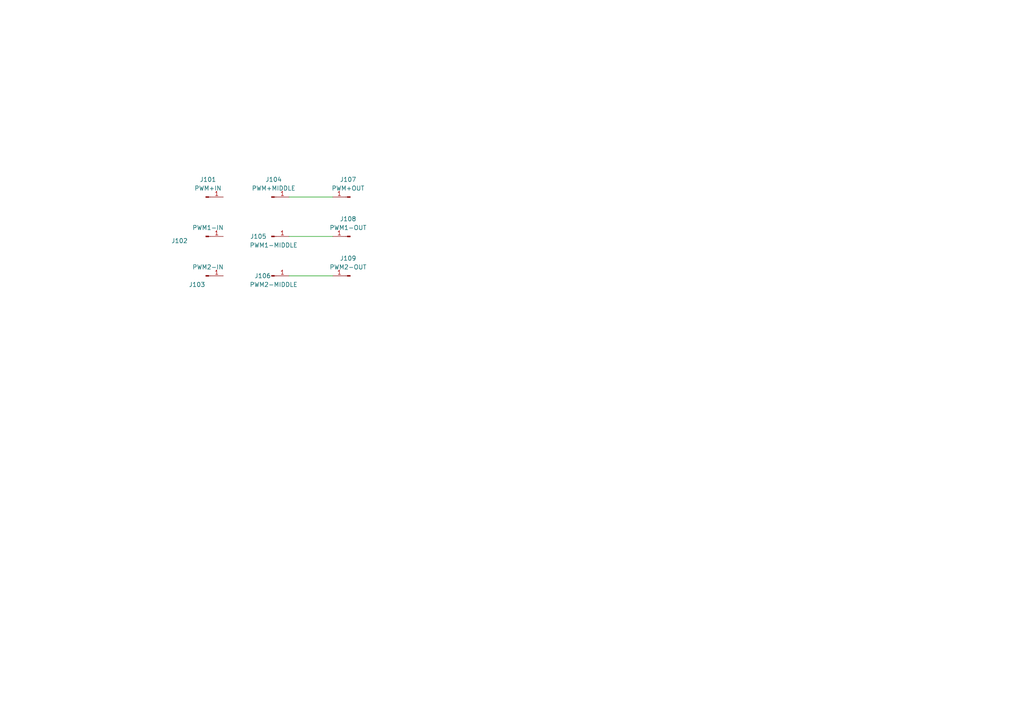
<source format=kicad_sch>
(kicad_sch (version 20230121) (generator eeschema)
  (paper "A4")
  (lib_symbols
    (symbol "Connector:Conn_01x01_Pin" (pin_names (offset 1.016) hide)
      (property "Reference" "J" (at 0 2.54 0))
      (property "Value" "Conn_01x01_Pin" (at 0 -2.54 0))
      (symbol "Conn_01x01_Pin_1_1"
        (polyline (pts (xy 1.27 0) (xy 0.8636 0)) (stroke (width 0.1524)))
        (rectangle (start 0.8636 0.127) (end 0 -0.127) (stroke (width 0.1524)) (fill (type outline)))
        (pin passive line (at 5.08 0 180) (length 3.81) (name "Pin_1") (number "1"))
      )
    )
  )
  (wire (pts (xy 83.82 57.15) (xy 96.52 57.15)))
  (wire (pts (xy 83.82 68.58) (xy 96.52 68.58)))
  (wire (pts (xy 83.82 80.01) (xy 96.52 80.01)))
  (symbol (lib_id "Connector:Conn_01x01_Pin") (at 78.74 68.58 0) (unit 1)
    (property "Reference" "J105" (at 74.93 68.58 0))
    (property "Value" "PWM1-MIDDLE" (at 79.375 71.12 0))
    (property "Footprint" "my_small_pad:my_small_pad" (effects hide))
  )
  (symbol (lib_id "Connector:Conn_01x01_Pin") (at 101.6 57.15 180) (unit 1)
    (property "Reference" "J107" (at 100.965 52.07 0))
    (property "Value" "PWM+OUT" (at 100.965 54.61 0))
    (property "Footprint" "my_small_pad:my_small_pad" (effects hide))
  )
  (symbol (lib_id "Connector:Conn_01x01_Pin") (at 59.69 68.58 0) (unit 1)
    (property "Reference" "J102" (at 52.07 69.85 0))
    (property "Value" "PWM1-IN" (at 60.325 66.04 0))
    (property "Footprint" "MyPinSocket:MyPinSocket" (effects hide))
  )
  (symbol (lib_id "Connector:Conn_01x01_Pin") (at 59.69 80.01 0) (unit 1)
    (property "Reference" "J103" (at 57.15 82.55 0))
    (property "Value" "PWM2-IN" (at 60.325 77.47 0))
    (property "Footprint" "MyPinSocket:MyPinSocket" (effects hide))
  )
  (symbol (lib_id "Connector:Conn_01x01_Pin") (at 101.6 68.58 180) (unit 1)
    (property "Reference" "J108" (at 100.965 63.5 0))
    (property "Value" "PWM1-OUT" (at 100.965 66.04 0))
    (property "Footprint" "my_small_pad:my_small_pad" (effects hide))
  )
  (symbol (lib_id "Connector:Conn_01x01_Pin") (at 78.74 57.15 0) (unit 1)
    (property "Reference" "J104" (at 79.375 52.07 0))
    (property "Value" "PWM+MIDDLE" (at 79.375 54.61 0))
    (property "Footprint" "my_small_pad:my_small_pad" (effects hide))
  )
  (symbol (lib_id "Connector:Conn_01x01_Pin") (at 101.6 80.01 180) (unit 1)
    (property "Reference" "J109" (at 100.965 74.93 0))
    (property "Value" "PWM2-OUT" (at 100.965 77.47 0))
    (property "Footprint" "my_small_pad:my_small_pad" (effects hide))
  )
  (symbol (lib_id "Connector:Conn_01x01_Pin") (at 78.74 80.01 0) (unit 1)
    (property "Reference" "J106" (at 76.2 80.01 0))
    (property "Value" "PWM2-MIDDLE" (at 79.375 82.55 0))
    (property "Footprint" "my_small_pad:my_small_pad" (effects hide))
  )
  (symbol (lib_id "Connector:Conn_01x01_Pin") (at 59.69 57.15 0) (unit 1)
    (property "Reference" "J101" (at 60.325 52.07 0))
    (property "Value" "PWM+IN" (at 60.325 54.61 0))
    (property "Footprint" "MyPinSocket:MyPinSocket" (effects hide))
  )
)
</source>
